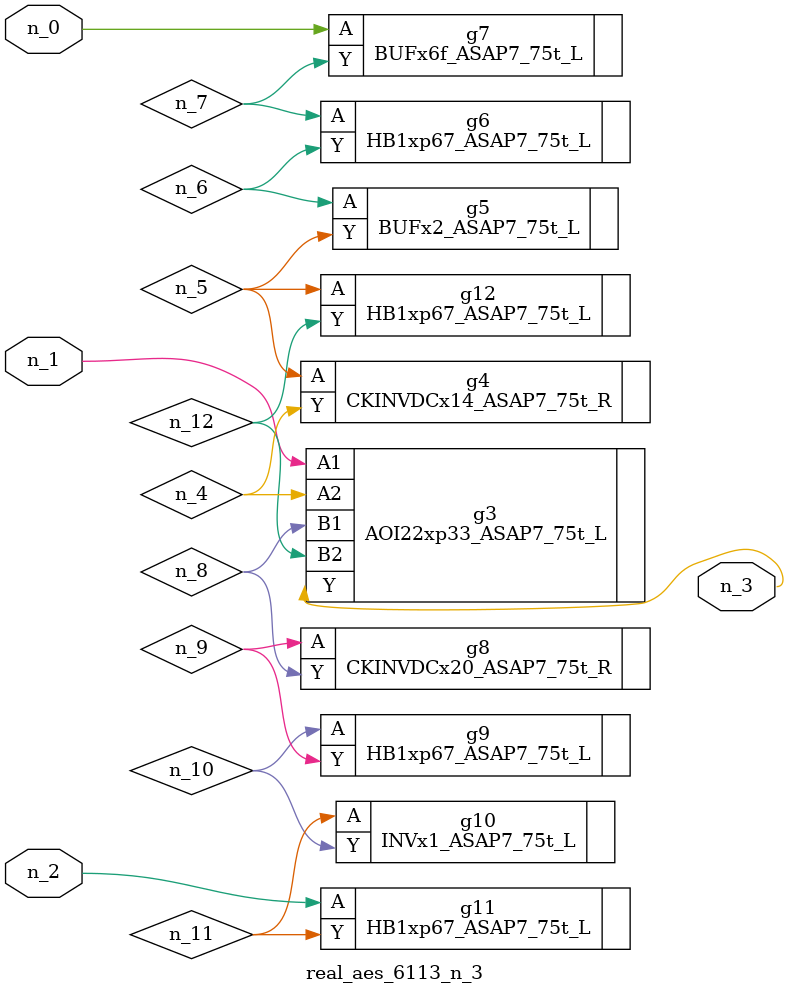
<source format=v>
module real_aes_6113_n_3 (n_0, n_2, n_1, n_3);
input n_0;
input n_2;
input n_1;
output n_3;
wire n_4;
wire n_5;
wire n_7;
wire n_8;
wire n_12;
wire n_6;
wire n_9;
wire n_10;
wire n_11;
BUFx6f_ASAP7_75t_L g7 ( .A(n_0), .Y(n_7) );
AOI22xp33_ASAP7_75t_L g3 ( .A1(n_1), .A2(n_4), .B1(n_8), .B2(n_12), .Y(n_3) );
HB1xp67_ASAP7_75t_L g11 ( .A(n_2), .Y(n_11) );
CKINVDCx14_ASAP7_75t_R g4 ( .A(n_5), .Y(n_4) );
HB1xp67_ASAP7_75t_L g12 ( .A(n_5), .Y(n_12) );
BUFx2_ASAP7_75t_L g5 ( .A(n_6), .Y(n_5) );
HB1xp67_ASAP7_75t_L g6 ( .A(n_7), .Y(n_6) );
CKINVDCx20_ASAP7_75t_R g8 ( .A(n_9), .Y(n_8) );
HB1xp67_ASAP7_75t_L g9 ( .A(n_10), .Y(n_9) );
INVx1_ASAP7_75t_L g10 ( .A(n_11), .Y(n_10) );
endmodule
</source>
